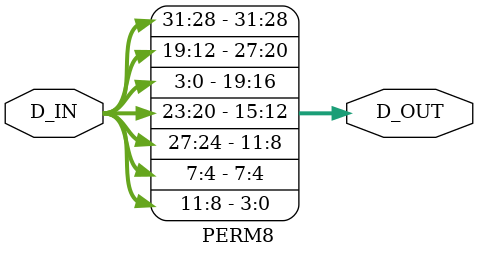
<source format=v>
`timescale 1ns / 1ps
module PERM8(
    input [31:0] D_IN,
    output [31:0] D_OUT
    );

	assign D_OUT = {D_IN[31:28],D_IN[19:16],D_IN[15:12],D_IN[3:0],D_IN[23:20],D_IN[27:24],D_IN[7:4],D_IN[11:8]};
endmodule

</source>
